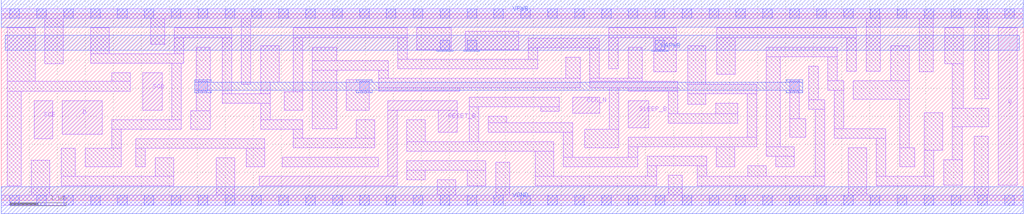
<source format=lef>
# Copyright 2020 The SkyWater PDK Authors
#
# Licensed under the Apache License, Version 2.0 (the "License");
# you may not use this file except in compliance with the License.
# You may obtain a copy of the License at
#
#     https://www.apache.org/licenses/LICENSE-2.0
#
# Unless required by applicable law or agreed to in writing, software
# distributed under the License is distributed on an "AS IS" BASIS,
# WITHOUT WARRANTIES OR CONDITIONS OF ANY KIND, either express or implied.
# See the License for the specific language governing permissions and
# limitations under the License.
#
# SPDX-License-Identifier: Apache-2.0

VERSION 5.7 ;
  NAMESCASESENSITIVE ON ;
  NOWIREEXTENSIONATPIN ON ;
  DIVIDERCHAR "/" ;
  BUSBITCHARS "[]" ;
UNITS
  DATABASE MICRONS 200 ;
END UNITS
MACRO sky130_fd_sc_lp__srsdfrtn_1
  CLASS CORE ;
  FOREIGN sky130_fd_sc_lp__srsdfrtn_1 ;
  ORIGIN  0.000000  0.000000 ;
  SIZE  18.24000 BY  3.330000 ;
  SYMMETRY X Y R90 ;
  SITE unit ;
  PIN D
    ANTENNAGATEAREA  0.159000 ;
    DIRECTION INPUT ;
    USE SIGNAL ;
    PORT
      LAYER li1 ;
        RECT 1.085000 1.180000 1.805000 1.780000 ;
    END
  END D
  PIN Q
    ANTENNADIFFAREA  0.585900 ;
    DIRECTION OUTPUT ;
    USE SIGNAL ;
    PORT
      LAYER li1 ;
        RECT 17.795000 0.265000 18.135000 3.075000 ;
    END
  END Q
  PIN RESET_B
    ANTENNAGATEAREA  0.598000 ;
    DIRECTION INPUT ;
    USE SIGNAL ;
    PORT
      LAYER li1 ;
        RECT 4.605000 0.255000 7.070000 0.425000 ;
        RECT 6.900000 0.425000 7.070000 1.610000 ;
        RECT 6.900000 1.610000 8.140000 1.780000 ;
        RECT 7.805000 1.215000 8.140000 1.610000 ;
    END
  END RESET_B
  PIN SCD
    ANTENNAGATEAREA  0.159000 ;
    DIRECTION INPUT ;
    USE SIGNAL ;
    PORT
      LAYER li1 ;
        RECT 2.525000 1.605000 2.870000 2.275000 ;
    END
  END SCD
  PIN SCE
    ANTENNAGATEAREA  0.318000 ;
    DIRECTION INPUT ;
    USE SIGNAL ;
    PORT
      LAYER li1 ;
        RECT 0.585000 1.095000 0.915000 1.780000 ;
    END
  END SCE
  PIN SLEEP_B
    ANTENNAGATEAREA  0.598000 ;
    DIRECTION INPUT ;
    USE SIGNAL ;
    PORT
      LAYER li1 ;
        RECT 11.195000 1.295000 11.560000 1.780000 ;
    END
  END SLEEP_B
  PIN CLK_N
    ANTENNAGATEAREA  0.159000 ;
    DIRECTION INPUT ;
    USE CLOCK ;
    PORT
      LAYER li1 ;
        RECT 10.205000 1.555000 10.685000 1.840000 ;
    END
  END CLK_N
  PIN KAPWR
    DIRECTION INOUT ;
    USE POWER ;
    PORT
      LAYER met1 ;
        RECT  0.070000 2.675000 18.170000 2.945000 ;
        RECT  7.775000 2.660000  8.065000 2.675000 ;
        RECT  8.255000 2.660000  8.545000 2.675000 ;
        RECT 11.615000 2.660000 11.905000 2.675000 ;
    END
  END KAPWR
  PIN VGND
    DIRECTION INOUT ;
    USE GROUND ;
    PORT
      LAYER met1 ;
        RECT 0.000000 -0.245000 18.240000 0.245000 ;
    END
  END VGND
  PIN VPWR
    DIRECTION INOUT ;
    USE POWER ;
    PORT
      LAYER met1 ;
        RECT 0.000000 3.085000 18.240000 3.575000 ;
    END
  END VPWR
  OBS
    LAYER li1 ;
      RECT  0.000000 -0.085000 18.240000 0.085000 ;
      RECT  0.000000  3.245000 18.240000 3.415000 ;
      RECT  0.105000  0.255000  0.355000 1.950000 ;
      RECT  0.105000  1.950000  2.305000 2.120000 ;
      RECT  0.105000  2.120000  0.610000 3.075000 ;
      RECT  0.535000  0.085000  0.865000 0.715000 ;
      RECT  0.780000  2.435000  1.110000 3.245000 ;
      RECT  1.070000  0.255000  3.080000 0.425000 ;
      RECT  1.070000  0.425000  1.320000 0.925000 ;
      RECT  1.500000  0.595000  2.145000 0.925000 ;
      RECT  1.600000  2.445000  3.260000 2.615000 ;
      RECT  1.600000  2.615000  1.930000 3.075000 ;
      RECT  1.975000  0.925000  2.145000 1.265000 ;
      RECT  1.975000  1.265000  3.210000 1.435000 ;
      RECT  1.975000  1.945000  2.305000 1.950000 ;
      RECT  1.975000  2.120000  2.305000 2.275000 ;
      RECT  2.400000  0.595000  2.570000 0.925000 ;
      RECT  2.400000  0.925000  4.700000 1.095000 ;
      RECT  2.670000  2.785000  2.920000 3.245000 ;
      RECT  2.750000  0.425000  3.080000 0.755000 ;
      RECT  3.040000  1.435000  3.210000 2.445000 ;
      RECT  3.090000  2.615000  3.260000 2.905000 ;
      RECT  3.090000  2.905000  4.115000 3.075000 ;
      RECT  3.380000  1.265000  3.735000 1.595000 ;
      RECT  3.485000  1.595000  3.735000 2.735000 ;
      RECT  3.835000  0.085000  4.165000 0.755000 ;
      RECT  3.945000  1.735000  4.805000 1.905000 ;
      RECT  3.945000  1.905000  4.115000 2.905000 ;
      RECT  4.285000  2.075000  4.455000 3.245000 ;
      RECT  4.370000  0.595000  4.700000 0.925000 ;
      RECT  4.635000  1.265000  5.380000 1.435000 ;
      RECT  4.635000  1.435000  4.805000 1.735000 ;
      RECT  4.635000  1.905000  4.805000 2.105000 ;
      RECT  4.635000  2.105000  4.965000 2.755000 ;
      RECT  5.015000  0.595000  6.730000 0.765000 ;
      RECT  5.050000  1.605000  5.380000 1.935000 ;
      RECT  5.210000  0.935000  6.670000 1.105000 ;
      RECT  5.210000  1.105000  5.380000 1.265000 ;
      RECT  5.210000  1.935000  5.380000 2.905000 ;
      RECT  5.210000  2.905000  7.245000 3.075000 ;
      RECT  5.550000  1.275000  5.985000 2.320000 ;
      RECT  5.550000  2.320000  6.905000 2.490000 ;
      RECT  5.550000  2.490000  5.985000 2.735000 ;
      RECT  6.155000  1.605000  6.565000 2.150000 ;
      RECT  6.340000  1.105000  6.670000 1.435000 ;
      RECT  6.735000  1.950000  8.185000 2.010000 ;
      RECT  6.735000  2.010000 10.335000 2.180000 ;
      RECT  6.735000  2.180000  6.905000 2.320000 ;
      RECT  7.075000  2.350000  9.580000 2.520000 ;
      RECT  7.075000  2.520000  7.245000 2.905000 ;
      RECT  7.240000  0.365000  7.570000 0.535000 ;
      RECT  7.240000  0.535000  8.645000 0.705000 ;
      RECT  7.240000  0.875000  9.865000 1.045000 ;
      RECT  7.240000  1.045000  7.570000 1.440000 ;
      RECT  7.415000  2.690000  8.035000 3.075000 ;
      RECT  7.780000  0.085000  8.110000 0.365000 ;
      RECT  8.285000  2.690000  9.240000 3.020000 ;
      RECT  8.315000  0.255000  8.645000 0.535000 ;
      RECT  8.355000  1.045000  8.525000 1.670000 ;
      RECT  8.355000  1.670000  9.960000 1.840000 ;
      RECT  8.695000  1.215000 10.205000 1.385000 ;
      RECT  8.695000  1.385000  9.025000 1.500000 ;
      RECT  8.825000  0.085000  9.075000 0.675000 ;
      RECT  9.410000  2.520000  9.580000 2.725000 ;
      RECT  9.410000  2.725000 10.675000 2.895000 ;
      RECT  9.535000  0.255000 11.705000 0.425000 ;
      RECT  9.535000  0.425000  9.865000 0.875000 ;
      RECT  9.630000  1.590000  9.960000 1.670000 ;
      RECT 10.035000  0.595000 11.365000 0.765000 ;
      RECT 10.035000  0.765000 10.205000 1.215000 ;
      RECT 10.080000  2.180000 10.335000 2.555000 ;
      RECT 10.420000  0.935000 11.025000 1.265000 ;
      RECT 10.505000  2.010000 12.080000 2.120000 ;
      RECT 10.505000  2.120000 11.445000 2.180000 ;
      RECT 10.505000  2.180000 10.675000 2.725000 ;
      RECT 10.845000  2.350000 11.015000 2.905000 ;
      RECT 10.845000  2.905000 12.050000 3.075000 ;
      RECT 10.855000  1.265000 11.025000 2.010000 ;
      RECT 11.195000  0.765000 11.365000 0.955000 ;
      RECT 11.195000  0.955000 13.485000 1.125000 ;
      RECT 11.195000  1.950000 12.080000 2.010000 ;
      RECT 11.195000  2.180000 11.445000 2.735000 ;
      RECT 11.535000  0.425000 11.705000 0.615000 ;
      RECT 11.535000  0.615000 12.595000 0.785000 ;
      RECT 11.645000  2.290000 12.050000 2.905000 ;
      RECT 11.910000  0.085000 12.160000 0.445000 ;
      RECT 11.910000  1.375000 13.145000 1.545000 ;
      RECT 11.910000  1.545000 12.080000 1.950000 ;
      RECT 12.250000  1.715000 12.580000 1.905000 ;
      RECT 12.250000  1.905000 13.485000 2.075000 ;
      RECT 12.250000  2.075000 12.580000 2.755000 ;
      RECT 12.425000  0.255000 14.700000 0.425000 ;
      RECT 12.425000  0.425000 12.595000 0.615000 ;
      RECT 12.750000  1.545000 13.145000 1.735000 ;
      RECT 12.765000  0.595000 13.095000 0.955000 ;
      RECT 12.770000  2.245000 13.100000 2.905000 ;
      RECT 12.770000  2.905000 15.265000 3.075000 ;
      RECT 13.315000  1.125000 13.485000 1.905000 ;
      RECT 13.325000  0.425000 13.655000 0.615000 ;
      RECT 13.655000  0.785000 14.155000 0.955000 ;
      RECT 13.655000  0.955000 13.905000 2.565000 ;
      RECT 13.655000  2.565000 14.925000 2.735000 ;
      RECT 13.825000  0.595000 14.155000 0.785000 ;
      RECT 14.075000  1.125000 14.360000 1.455000 ;
      RECT 14.075000  1.455000 14.245000 2.150000 ;
      RECT 14.415000  1.625000 14.700000 1.795000 ;
      RECT 14.415000  1.795000 14.585000 2.395000 ;
      RECT 14.530000  0.425000 14.700000 1.625000 ;
      RECT 14.755000  1.965000 15.040000 2.135000 ;
      RECT 14.755000  2.135000 14.925000 2.565000 ;
      RECT 14.870000  1.105000 15.790000 1.275000 ;
      RECT 14.870000  1.275000 15.040000 1.965000 ;
      RECT 15.095000  2.305000 15.265000 2.905000 ;
      RECT 15.120000  0.085000 15.450000 0.935000 ;
      RECT 15.210000  1.805000 16.205000 2.135000 ;
      RECT 15.445000  2.305000 15.695000 3.245000 ;
      RECT 15.620000  0.255000 16.650000 0.425000 ;
      RECT 15.620000  0.425000 15.790000 1.105000 ;
      RECT 15.875000  2.135000 16.205000 2.755000 ;
      RECT 16.035000  0.595000 16.305000 0.935000 ;
      RECT 16.035000  0.935000 16.205000 1.805000 ;
      RECT 16.385000  2.295000 16.635000 3.245000 ;
      RECT 16.480000  0.425000 16.650000 0.895000 ;
      RECT 16.480000  0.895000 16.810000 1.565000 ;
      RECT 16.820000  0.265000 17.150000 0.725000 ;
      RECT 16.840000  2.435000 17.170000 3.075000 ;
      RECT 16.980000  0.725000 17.150000 1.315000 ;
      RECT 16.980000  1.315000 17.625000 1.645000 ;
      RECT 16.980000  1.645000 17.170000 2.435000 ;
      RECT 17.365000  0.085000 17.615000 1.145000 ;
      RECT 17.375000  1.815000 17.625000 3.245000 ;
    LAYER mcon ;
      RECT  0.155000 -0.085000  0.325000 0.085000 ;
      RECT  0.155000  3.245000  0.325000 3.415000 ;
      RECT  0.635000 -0.085000  0.805000 0.085000 ;
      RECT  0.635000  3.245000  0.805000 3.415000 ;
      RECT  1.115000 -0.085000  1.285000 0.085000 ;
      RECT  1.115000  3.245000  1.285000 3.415000 ;
      RECT  1.595000 -0.085000  1.765000 0.085000 ;
      RECT  1.595000  3.245000  1.765000 3.415000 ;
      RECT  2.075000 -0.085000  2.245000 0.085000 ;
      RECT  2.075000  3.245000  2.245000 3.415000 ;
      RECT  2.555000 -0.085000  2.725000 0.085000 ;
      RECT  2.555000  3.245000  2.725000 3.415000 ;
      RECT  3.035000 -0.085000  3.205000 0.085000 ;
      RECT  3.035000  3.245000  3.205000 3.415000 ;
      RECT  3.515000 -0.085000  3.685000 0.085000 ;
      RECT  3.515000  1.950000  3.685000 2.120000 ;
      RECT  3.515000  3.245000  3.685000 3.415000 ;
      RECT  3.995000 -0.085000  4.165000 0.085000 ;
      RECT  3.995000  3.245000  4.165000 3.415000 ;
      RECT  4.475000 -0.085000  4.645000 0.085000 ;
      RECT  4.475000  3.245000  4.645000 3.415000 ;
      RECT  4.955000 -0.085000  5.125000 0.085000 ;
      RECT  4.955000  3.245000  5.125000 3.415000 ;
      RECT  5.435000 -0.085000  5.605000 0.085000 ;
      RECT  5.435000  3.245000  5.605000 3.415000 ;
      RECT  5.915000 -0.085000  6.085000 0.085000 ;
      RECT  5.915000  3.245000  6.085000 3.415000 ;
      RECT  6.395000 -0.085000  6.565000 0.085000 ;
      RECT  6.395000  1.950000  6.565000 2.120000 ;
      RECT  6.395000  3.245000  6.565000 3.415000 ;
      RECT  6.875000 -0.085000  7.045000 0.085000 ;
      RECT  6.875000  3.245000  7.045000 3.415000 ;
      RECT  7.355000 -0.085000  7.525000 0.085000 ;
      RECT  7.355000  3.245000  7.525000 3.415000 ;
      RECT  7.835000 -0.085000  8.005000 0.085000 ;
      RECT  7.835000  2.690000  8.005000 2.860000 ;
      RECT  7.835000  3.245000  8.005000 3.415000 ;
      RECT  8.315000 -0.085000  8.485000 0.085000 ;
      RECT  8.315000  2.690000  8.485000 2.860000 ;
      RECT  8.315000  3.245000  8.485000 3.415000 ;
      RECT  8.795000 -0.085000  8.965000 0.085000 ;
      RECT  8.795000  3.245000  8.965000 3.415000 ;
      RECT  9.275000 -0.085000  9.445000 0.085000 ;
      RECT  9.275000  3.245000  9.445000 3.415000 ;
      RECT  9.755000 -0.085000  9.925000 0.085000 ;
      RECT  9.755000  3.245000  9.925000 3.415000 ;
      RECT 10.235000 -0.085000 10.405000 0.085000 ;
      RECT 10.235000  3.245000 10.405000 3.415000 ;
      RECT 10.715000 -0.085000 10.885000 0.085000 ;
      RECT 10.715000  3.245000 10.885000 3.415000 ;
      RECT 11.195000 -0.085000 11.365000 0.085000 ;
      RECT 11.195000  3.245000 11.365000 3.415000 ;
      RECT 11.675000 -0.085000 11.845000 0.085000 ;
      RECT 11.675000  2.690000 11.845000 2.860000 ;
      RECT 11.675000  3.245000 11.845000 3.415000 ;
      RECT 12.155000 -0.085000 12.325000 0.085000 ;
      RECT 12.155000  3.245000 12.325000 3.415000 ;
      RECT 12.635000 -0.085000 12.805000 0.085000 ;
      RECT 12.635000  3.245000 12.805000 3.415000 ;
      RECT 13.115000 -0.085000 13.285000 0.085000 ;
      RECT 13.115000  3.245000 13.285000 3.415000 ;
      RECT 13.595000 -0.085000 13.765000 0.085000 ;
      RECT 13.595000  3.245000 13.765000 3.415000 ;
      RECT 14.075000 -0.085000 14.245000 0.085000 ;
      RECT 14.075000  1.950000 14.245000 2.120000 ;
      RECT 14.075000  3.245000 14.245000 3.415000 ;
      RECT 14.555000 -0.085000 14.725000 0.085000 ;
      RECT 14.555000  3.245000 14.725000 3.415000 ;
      RECT 15.035000 -0.085000 15.205000 0.085000 ;
      RECT 15.035000  3.245000 15.205000 3.415000 ;
      RECT 15.515000 -0.085000 15.685000 0.085000 ;
      RECT 15.515000  3.245000 15.685000 3.415000 ;
      RECT 15.995000 -0.085000 16.165000 0.085000 ;
      RECT 15.995000  3.245000 16.165000 3.415000 ;
      RECT 16.475000 -0.085000 16.645000 0.085000 ;
      RECT 16.475000  3.245000 16.645000 3.415000 ;
      RECT 16.955000 -0.085000 17.125000 0.085000 ;
      RECT 16.955000  3.245000 17.125000 3.415000 ;
      RECT 17.435000 -0.085000 17.605000 0.085000 ;
      RECT 17.435000  3.245000 17.605000 3.415000 ;
      RECT 17.915000 -0.085000 18.085000 0.085000 ;
      RECT 17.915000  3.245000 18.085000 3.415000 ;
    LAYER met1 ;
      RECT  3.455000 1.920000  3.745000 1.965000 ;
      RECT  3.455000 1.965000 14.305000 2.105000 ;
      RECT  3.455000 2.105000  3.745000 2.150000 ;
      RECT  6.335000 1.920000  6.625000 1.965000 ;
      RECT  6.335000 2.105000  6.625000 2.150000 ;
      RECT 14.015000 1.920000 14.305000 1.965000 ;
      RECT 14.015000 2.105000 14.305000 2.150000 ;
  END
END sky130_fd_sc_lp__srsdfrtn_1
END LIBRARY

</source>
